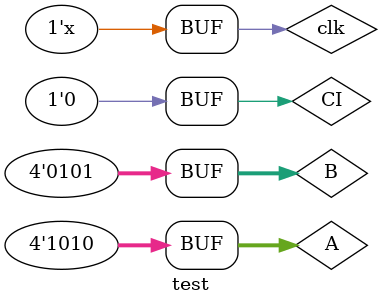
<source format=v>
`timescale 1ns / 1ps


module test();
reg clk;
reg rst;

reg[3:0] A;
reg[3:0] B;
wire [3:0] S;
wire CO;
wire CI;

initial begin
    A = 10;
    B = 5;
    CI = 0;
    clk = 0;
end

always #10 clk=~clk;

add4 add(
    .A(A),
    .B(B),
    .CI(CI), 
    .S(S),
    .CO(CO)
);

endmodule

</source>
